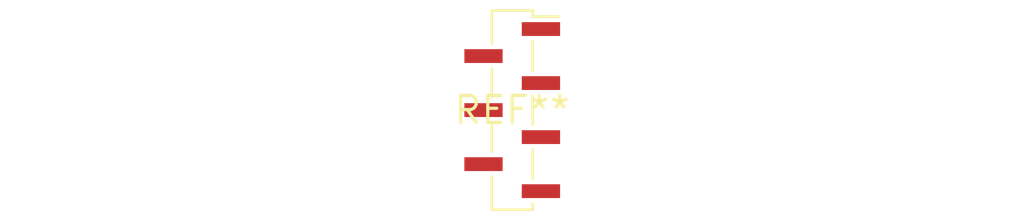
<source format=kicad_pcb>
(kicad_pcb (version 20240108) (generator pcbnew)
  (layers (0 "F.Cu" signal) (31 "B.Cu" signal) (34 "B.Paste" user) (35 "F.Paste" user) (36 "B.SilkS" user "B.Silkscreen") (37 "F.SilkS" user "F.Silkscreen") (38 "B.Mask" user) (39 "F.Mask" user) (44 "Edge.Cuts" user))
  (net 0 "")
  (footprint "PinSocket_1x07_P1.27mm_Vertical_SMD_Pin1Right" (layer "F.Cu") (at 0 0)
    (property "Reference" "REF**")
    (property "Value" "PinSocket_1x07_P1.27mm_Vertical_SMD_Pin1Right")
    (fp_line (start -0.96 -4.68) (end -0.96 -3.125) (layer "F.SilkS") (stroke (width 0.12)))
    (fp_line (start -0.96 -4.68) (end 0.96 -4.68) (layer "F.SilkS") (stroke (width 0.12)))
    (fp_line (start -0.96 -1.955) (end -0.96 -0.585) (layer "F.SilkS") (stroke (width 0.12)))
    (fp_line (start -0.96 0.585) (end -0.96 1.955) (layer "F.SilkS") (stroke (width 0.12)))
    (fp_line (start -0.96 3.125) (end -0.96 4.68) (layer "F.SilkS") (stroke (width 0.12)))
    (fp_line (start -0.96 4.68) (end 0.96 4.68) (layer "F.SilkS") (stroke (width 0.12)))
    (fp_line (start 0.96 -4.68) (end 0.96 -4.395) (layer "F.SilkS") (stroke (width 0.12)))
    (fp_line (start 0.96 -4.395) (end 2.19 -4.395) (layer "F.SilkS") (stroke (width 0.12)))
    (fp_line (start 0.96 -3.225) (end 0.96 -1.855) (layer "F.SilkS") (stroke (width 0.12)))
    (fp_line (start 0.96 -0.685) (end 0.96 0.685) (layer "F.SilkS") (stroke (width 0.12)))
    (fp_line (start 0.96 1.855) (end 0.96 3.225) (layer "F.SilkS") (stroke (width 0.12)))
    (fp_line (start 0.96 4.395) (end 0.96 4.68) (layer "F.SilkS") (stroke (width 0.12)))
    (pad "1" smd rect (at 1.35 -3.81) (size 1.8 0.65) (layers "F.Cu" "F.Paste" "F.Mask"))
    (pad "2" smd rect (at -1.35 -2.54) (size 1.8 0.65) (layers "F.Cu" "F.Paste" "F.Mask"))
    (pad "3" smd rect (at 1.35 -1.27) (size 1.8 0.65) (layers "F.Cu" "F.Paste" "F.Mask"))
    (pad "4" smd rect (at -1.35 0) (size 1.8 0.65) (layers "F.Cu" "F.Paste" "F.Mask"))
    (pad "5" smd rect (at 1.35 1.27) (size 1.8 0.65) (layers "F.Cu" "F.Paste" "F.Mask"))
    (pad "6" smd rect (at -1.35 2.54) (size 1.8 0.65) (layers "F.Cu" "F.Paste" "F.Mask"))
    (pad "7" smd rect (at 1.35 3.81) (size 1.8 0.65) (layers "F.Cu" "F.Paste" "F.Mask"))
  )
)
</source>
